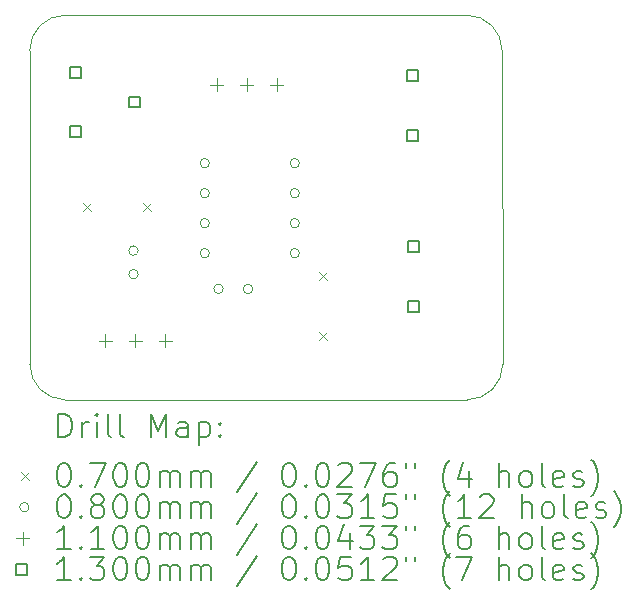
<source format=gbr>
%TF.GenerationSoftware,KiCad,Pcbnew,7.0.2*%
%TF.CreationDate,2023-05-06T18:38:25+05:30*%
%TF.ProjectId,Mod-Ckt-Pulser,4d6f642d-436b-4742-9d50-756c7365722e,rev?*%
%TF.SameCoordinates,Original*%
%TF.FileFunction,Drillmap*%
%TF.FilePolarity,Positive*%
%FSLAX45Y45*%
G04 Gerber Fmt 4.5, Leading zero omitted, Abs format (unit mm)*
G04 Created by KiCad (PCBNEW 7.0.2) date 2023-05-06 18:38:25*
%MOMM*%
%LPD*%
G01*
G04 APERTURE LIST*
%ADD10C,0.100000*%
%ADD11C,0.200000*%
%ADD12C,0.070000*%
%ADD13C,0.080000*%
%ADD14C,0.110000*%
%ADD15C,0.130000*%
G04 APERTURE END LIST*
D10*
X10014082Y-8601930D02*
G75*
G03*
X10316087Y-8302975I1525J300480D01*
G01*
X6311070Y-8300082D02*
G75*
G03*
X6610024Y-8602087I300480J-1525D01*
G01*
X6611918Y-5346070D02*
G75*
G03*
X6309913Y-5645024I-1525J-300480D01*
G01*
X10310930Y-5647918D02*
G75*
G03*
X10011976Y-5345913I-300480J1525D01*
G01*
X6610024Y-8602087D02*
X10014082Y-8601930D01*
X6309913Y-5645024D02*
X6311070Y-8300082D01*
X10011976Y-5345913D02*
X6611918Y-5346070D01*
X10310930Y-5647918D02*
X10316087Y-8302975D01*
D11*
D12*
X6763000Y-6936000D02*
X6833000Y-7006000D01*
X6833000Y-6936000D02*
X6763000Y-7006000D01*
X7271000Y-6936000D02*
X7341000Y-7006000D01*
X7341000Y-6936000D02*
X7271000Y-7006000D01*
X8759000Y-7521000D02*
X8829000Y-7591000D01*
X8829000Y-7521000D02*
X8759000Y-7591000D01*
X8759000Y-8029000D02*
X8829000Y-8099000D01*
X8829000Y-8029000D02*
X8759000Y-8099000D01*
D13*
X7229000Y-7339489D02*
G75*
G03*
X7229000Y-7339489I-40000J0D01*
G01*
X7229000Y-7539489D02*
G75*
G03*
X7229000Y-7539489I-40000J0D01*
G01*
X7833000Y-6599000D02*
G75*
G03*
X7833000Y-6599000I-40000J0D01*
G01*
X7833000Y-6853000D02*
G75*
G03*
X7833000Y-6853000I-40000J0D01*
G01*
X7833000Y-7107000D02*
G75*
G03*
X7833000Y-7107000I-40000J0D01*
G01*
X7833000Y-7361000D02*
G75*
G03*
X7833000Y-7361000I-40000J0D01*
G01*
X7949000Y-7663000D02*
G75*
G03*
X7949000Y-7663000I-40000J0D01*
G01*
X8199000Y-7663000D02*
G75*
G03*
X8199000Y-7663000I-40000J0D01*
G01*
X8595000Y-6599000D02*
G75*
G03*
X8595000Y-6599000I-40000J0D01*
G01*
X8595000Y-6853000D02*
G75*
G03*
X8595000Y-6853000I-40000J0D01*
G01*
X8595000Y-7107000D02*
G75*
G03*
X8595000Y-7107000I-40000J0D01*
G01*
X8595000Y-7361000D02*
G75*
G03*
X8595000Y-7361000I-40000J0D01*
G01*
D14*
X6952000Y-8048500D02*
X6952000Y-8158500D01*
X6897000Y-8103500D02*
X7007000Y-8103500D01*
X7206000Y-8048500D02*
X7206000Y-8158500D01*
X7151000Y-8103500D02*
X7261000Y-8103500D01*
X7460000Y-8048500D02*
X7460000Y-8158500D01*
X7405000Y-8103500D02*
X7515000Y-8103500D01*
X7892000Y-5880000D02*
X7892000Y-5990000D01*
X7837000Y-5935000D02*
X7947000Y-5935000D01*
X8146000Y-5880000D02*
X8146000Y-5990000D01*
X8091000Y-5935000D02*
X8201000Y-5935000D01*
X8400000Y-5880000D02*
X8400000Y-5990000D01*
X8345000Y-5935000D02*
X8455000Y-5935000D01*
D15*
X6742962Y-5877462D02*
X6742962Y-5785538D01*
X6651038Y-5785538D01*
X6651038Y-5877462D01*
X6742962Y-5877462D01*
X6742962Y-6377462D02*
X6742962Y-6285538D01*
X6651038Y-6285538D01*
X6651038Y-6377462D01*
X6742962Y-6377462D01*
X7242962Y-6127462D02*
X7242962Y-6035538D01*
X7151038Y-6035538D01*
X7151038Y-6127462D01*
X7242962Y-6127462D01*
X9596962Y-5899962D02*
X9596962Y-5808038D01*
X9505038Y-5808038D01*
X9505038Y-5899962D01*
X9596962Y-5899962D01*
X9596962Y-6407962D02*
X9596962Y-6316038D01*
X9505038Y-6316038D01*
X9505038Y-6407962D01*
X9596962Y-6407962D01*
X9606462Y-7353462D02*
X9606462Y-7261538D01*
X9514538Y-7261538D01*
X9514538Y-7353462D01*
X9606462Y-7353462D01*
X9606462Y-7861462D02*
X9606462Y-7769538D01*
X9514538Y-7769538D01*
X9514538Y-7861462D01*
X9606462Y-7861462D01*
D11*
X6552532Y-8919611D02*
X6552532Y-8719611D01*
X6552532Y-8719611D02*
X6600151Y-8719611D01*
X6600151Y-8719611D02*
X6628723Y-8729135D01*
X6628723Y-8729135D02*
X6647770Y-8748182D01*
X6647770Y-8748182D02*
X6657294Y-8767230D01*
X6657294Y-8767230D02*
X6666818Y-8805325D01*
X6666818Y-8805325D02*
X6666818Y-8833896D01*
X6666818Y-8833896D02*
X6657294Y-8871992D01*
X6657294Y-8871992D02*
X6647770Y-8891039D01*
X6647770Y-8891039D02*
X6628723Y-8910087D01*
X6628723Y-8910087D02*
X6600151Y-8919611D01*
X6600151Y-8919611D02*
X6552532Y-8919611D01*
X6752532Y-8919611D02*
X6752532Y-8786277D01*
X6752532Y-8824373D02*
X6762056Y-8805325D01*
X6762056Y-8805325D02*
X6771580Y-8795801D01*
X6771580Y-8795801D02*
X6790627Y-8786277D01*
X6790627Y-8786277D02*
X6809675Y-8786277D01*
X6876342Y-8919611D02*
X6876342Y-8786277D01*
X6876342Y-8719611D02*
X6866818Y-8729135D01*
X6866818Y-8729135D02*
X6876342Y-8738658D01*
X6876342Y-8738658D02*
X6885865Y-8729135D01*
X6885865Y-8729135D02*
X6876342Y-8719611D01*
X6876342Y-8719611D02*
X6876342Y-8738658D01*
X7000151Y-8919611D02*
X6981103Y-8910087D01*
X6981103Y-8910087D02*
X6971580Y-8891039D01*
X6971580Y-8891039D02*
X6971580Y-8719611D01*
X7104913Y-8919611D02*
X7085865Y-8910087D01*
X7085865Y-8910087D02*
X7076342Y-8891039D01*
X7076342Y-8891039D02*
X7076342Y-8719611D01*
X7333484Y-8919611D02*
X7333484Y-8719611D01*
X7333484Y-8719611D02*
X7400151Y-8862468D01*
X7400151Y-8862468D02*
X7466818Y-8719611D01*
X7466818Y-8719611D02*
X7466818Y-8919611D01*
X7647770Y-8919611D02*
X7647770Y-8814849D01*
X7647770Y-8814849D02*
X7638246Y-8795801D01*
X7638246Y-8795801D02*
X7619199Y-8786277D01*
X7619199Y-8786277D02*
X7581103Y-8786277D01*
X7581103Y-8786277D02*
X7562056Y-8795801D01*
X7647770Y-8910087D02*
X7628723Y-8919611D01*
X7628723Y-8919611D02*
X7581103Y-8919611D01*
X7581103Y-8919611D02*
X7562056Y-8910087D01*
X7562056Y-8910087D02*
X7552532Y-8891039D01*
X7552532Y-8891039D02*
X7552532Y-8871992D01*
X7552532Y-8871992D02*
X7562056Y-8852944D01*
X7562056Y-8852944D02*
X7581103Y-8843420D01*
X7581103Y-8843420D02*
X7628723Y-8843420D01*
X7628723Y-8843420D02*
X7647770Y-8833896D01*
X7743008Y-8786277D02*
X7743008Y-8986277D01*
X7743008Y-8795801D02*
X7762056Y-8786277D01*
X7762056Y-8786277D02*
X7800151Y-8786277D01*
X7800151Y-8786277D02*
X7819199Y-8795801D01*
X7819199Y-8795801D02*
X7828723Y-8805325D01*
X7828723Y-8805325D02*
X7838246Y-8824373D01*
X7838246Y-8824373D02*
X7838246Y-8881515D01*
X7838246Y-8881515D02*
X7828723Y-8900563D01*
X7828723Y-8900563D02*
X7819199Y-8910087D01*
X7819199Y-8910087D02*
X7800151Y-8919611D01*
X7800151Y-8919611D02*
X7762056Y-8919611D01*
X7762056Y-8919611D02*
X7743008Y-8910087D01*
X7923961Y-8900563D02*
X7933484Y-8910087D01*
X7933484Y-8910087D02*
X7923961Y-8919611D01*
X7923961Y-8919611D02*
X7914437Y-8910087D01*
X7914437Y-8910087D02*
X7923961Y-8900563D01*
X7923961Y-8900563D02*
X7923961Y-8919611D01*
X7923961Y-8795801D02*
X7933484Y-8805325D01*
X7933484Y-8805325D02*
X7923961Y-8814849D01*
X7923961Y-8814849D02*
X7914437Y-8805325D01*
X7914437Y-8805325D02*
X7923961Y-8795801D01*
X7923961Y-8795801D02*
X7923961Y-8814849D01*
D12*
X6234913Y-9212087D02*
X6304913Y-9282087D01*
X6304913Y-9212087D02*
X6234913Y-9282087D01*
D11*
X6590627Y-9139611D02*
X6609675Y-9139611D01*
X6609675Y-9139611D02*
X6628723Y-9149135D01*
X6628723Y-9149135D02*
X6638246Y-9158658D01*
X6638246Y-9158658D02*
X6647770Y-9177706D01*
X6647770Y-9177706D02*
X6657294Y-9215801D01*
X6657294Y-9215801D02*
X6657294Y-9263420D01*
X6657294Y-9263420D02*
X6647770Y-9301515D01*
X6647770Y-9301515D02*
X6638246Y-9320563D01*
X6638246Y-9320563D02*
X6628723Y-9330087D01*
X6628723Y-9330087D02*
X6609675Y-9339611D01*
X6609675Y-9339611D02*
X6590627Y-9339611D01*
X6590627Y-9339611D02*
X6571580Y-9330087D01*
X6571580Y-9330087D02*
X6562056Y-9320563D01*
X6562056Y-9320563D02*
X6552532Y-9301515D01*
X6552532Y-9301515D02*
X6543008Y-9263420D01*
X6543008Y-9263420D02*
X6543008Y-9215801D01*
X6543008Y-9215801D02*
X6552532Y-9177706D01*
X6552532Y-9177706D02*
X6562056Y-9158658D01*
X6562056Y-9158658D02*
X6571580Y-9149135D01*
X6571580Y-9149135D02*
X6590627Y-9139611D01*
X6743008Y-9320563D02*
X6752532Y-9330087D01*
X6752532Y-9330087D02*
X6743008Y-9339611D01*
X6743008Y-9339611D02*
X6733484Y-9330087D01*
X6733484Y-9330087D02*
X6743008Y-9320563D01*
X6743008Y-9320563D02*
X6743008Y-9339611D01*
X6819199Y-9139611D02*
X6952532Y-9139611D01*
X6952532Y-9139611D02*
X6866818Y-9339611D01*
X7066818Y-9139611D02*
X7085865Y-9139611D01*
X7085865Y-9139611D02*
X7104913Y-9149135D01*
X7104913Y-9149135D02*
X7114437Y-9158658D01*
X7114437Y-9158658D02*
X7123961Y-9177706D01*
X7123961Y-9177706D02*
X7133484Y-9215801D01*
X7133484Y-9215801D02*
X7133484Y-9263420D01*
X7133484Y-9263420D02*
X7123961Y-9301515D01*
X7123961Y-9301515D02*
X7114437Y-9320563D01*
X7114437Y-9320563D02*
X7104913Y-9330087D01*
X7104913Y-9330087D02*
X7085865Y-9339611D01*
X7085865Y-9339611D02*
X7066818Y-9339611D01*
X7066818Y-9339611D02*
X7047770Y-9330087D01*
X7047770Y-9330087D02*
X7038246Y-9320563D01*
X7038246Y-9320563D02*
X7028723Y-9301515D01*
X7028723Y-9301515D02*
X7019199Y-9263420D01*
X7019199Y-9263420D02*
X7019199Y-9215801D01*
X7019199Y-9215801D02*
X7028723Y-9177706D01*
X7028723Y-9177706D02*
X7038246Y-9158658D01*
X7038246Y-9158658D02*
X7047770Y-9149135D01*
X7047770Y-9149135D02*
X7066818Y-9139611D01*
X7257294Y-9139611D02*
X7276342Y-9139611D01*
X7276342Y-9139611D02*
X7295389Y-9149135D01*
X7295389Y-9149135D02*
X7304913Y-9158658D01*
X7304913Y-9158658D02*
X7314437Y-9177706D01*
X7314437Y-9177706D02*
X7323961Y-9215801D01*
X7323961Y-9215801D02*
X7323961Y-9263420D01*
X7323961Y-9263420D02*
X7314437Y-9301515D01*
X7314437Y-9301515D02*
X7304913Y-9320563D01*
X7304913Y-9320563D02*
X7295389Y-9330087D01*
X7295389Y-9330087D02*
X7276342Y-9339611D01*
X7276342Y-9339611D02*
X7257294Y-9339611D01*
X7257294Y-9339611D02*
X7238246Y-9330087D01*
X7238246Y-9330087D02*
X7228723Y-9320563D01*
X7228723Y-9320563D02*
X7219199Y-9301515D01*
X7219199Y-9301515D02*
X7209675Y-9263420D01*
X7209675Y-9263420D02*
X7209675Y-9215801D01*
X7209675Y-9215801D02*
X7219199Y-9177706D01*
X7219199Y-9177706D02*
X7228723Y-9158658D01*
X7228723Y-9158658D02*
X7238246Y-9149135D01*
X7238246Y-9149135D02*
X7257294Y-9139611D01*
X7409675Y-9339611D02*
X7409675Y-9206277D01*
X7409675Y-9225325D02*
X7419199Y-9215801D01*
X7419199Y-9215801D02*
X7438246Y-9206277D01*
X7438246Y-9206277D02*
X7466818Y-9206277D01*
X7466818Y-9206277D02*
X7485865Y-9215801D01*
X7485865Y-9215801D02*
X7495389Y-9234849D01*
X7495389Y-9234849D02*
X7495389Y-9339611D01*
X7495389Y-9234849D02*
X7504913Y-9215801D01*
X7504913Y-9215801D02*
X7523961Y-9206277D01*
X7523961Y-9206277D02*
X7552532Y-9206277D01*
X7552532Y-9206277D02*
X7571580Y-9215801D01*
X7571580Y-9215801D02*
X7581104Y-9234849D01*
X7581104Y-9234849D02*
X7581104Y-9339611D01*
X7676342Y-9339611D02*
X7676342Y-9206277D01*
X7676342Y-9225325D02*
X7685865Y-9215801D01*
X7685865Y-9215801D02*
X7704913Y-9206277D01*
X7704913Y-9206277D02*
X7733485Y-9206277D01*
X7733485Y-9206277D02*
X7752532Y-9215801D01*
X7752532Y-9215801D02*
X7762056Y-9234849D01*
X7762056Y-9234849D02*
X7762056Y-9339611D01*
X7762056Y-9234849D02*
X7771580Y-9215801D01*
X7771580Y-9215801D02*
X7790627Y-9206277D01*
X7790627Y-9206277D02*
X7819199Y-9206277D01*
X7819199Y-9206277D02*
X7838246Y-9215801D01*
X7838246Y-9215801D02*
X7847770Y-9234849D01*
X7847770Y-9234849D02*
X7847770Y-9339611D01*
X8238246Y-9130087D02*
X8066818Y-9387230D01*
X8495389Y-9139611D02*
X8514437Y-9139611D01*
X8514437Y-9139611D02*
X8533485Y-9149135D01*
X8533485Y-9149135D02*
X8543009Y-9158658D01*
X8543009Y-9158658D02*
X8552532Y-9177706D01*
X8552532Y-9177706D02*
X8562056Y-9215801D01*
X8562056Y-9215801D02*
X8562056Y-9263420D01*
X8562056Y-9263420D02*
X8552532Y-9301515D01*
X8552532Y-9301515D02*
X8543009Y-9320563D01*
X8543009Y-9320563D02*
X8533485Y-9330087D01*
X8533485Y-9330087D02*
X8514437Y-9339611D01*
X8514437Y-9339611D02*
X8495389Y-9339611D01*
X8495389Y-9339611D02*
X8476342Y-9330087D01*
X8476342Y-9330087D02*
X8466818Y-9320563D01*
X8466818Y-9320563D02*
X8457294Y-9301515D01*
X8457294Y-9301515D02*
X8447770Y-9263420D01*
X8447770Y-9263420D02*
X8447770Y-9215801D01*
X8447770Y-9215801D02*
X8457294Y-9177706D01*
X8457294Y-9177706D02*
X8466818Y-9158658D01*
X8466818Y-9158658D02*
X8476342Y-9149135D01*
X8476342Y-9149135D02*
X8495389Y-9139611D01*
X8647770Y-9320563D02*
X8657294Y-9330087D01*
X8657294Y-9330087D02*
X8647770Y-9339611D01*
X8647770Y-9339611D02*
X8638247Y-9330087D01*
X8638247Y-9330087D02*
X8647770Y-9320563D01*
X8647770Y-9320563D02*
X8647770Y-9339611D01*
X8781104Y-9139611D02*
X8800151Y-9139611D01*
X8800151Y-9139611D02*
X8819199Y-9149135D01*
X8819199Y-9149135D02*
X8828723Y-9158658D01*
X8828723Y-9158658D02*
X8838247Y-9177706D01*
X8838247Y-9177706D02*
X8847770Y-9215801D01*
X8847770Y-9215801D02*
X8847770Y-9263420D01*
X8847770Y-9263420D02*
X8838247Y-9301515D01*
X8838247Y-9301515D02*
X8828723Y-9320563D01*
X8828723Y-9320563D02*
X8819199Y-9330087D01*
X8819199Y-9330087D02*
X8800151Y-9339611D01*
X8800151Y-9339611D02*
X8781104Y-9339611D01*
X8781104Y-9339611D02*
X8762056Y-9330087D01*
X8762056Y-9330087D02*
X8752532Y-9320563D01*
X8752532Y-9320563D02*
X8743009Y-9301515D01*
X8743009Y-9301515D02*
X8733485Y-9263420D01*
X8733485Y-9263420D02*
X8733485Y-9215801D01*
X8733485Y-9215801D02*
X8743009Y-9177706D01*
X8743009Y-9177706D02*
X8752532Y-9158658D01*
X8752532Y-9158658D02*
X8762056Y-9149135D01*
X8762056Y-9149135D02*
X8781104Y-9139611D01*
X8923961Y-9158658D02*
X8933485Y-9149135D01*
X8933485Y-9149135D02*
X8952532Y-9139611D01*
X8952532Y-9139611D02*
X9000151Y-9139611D01*
X9000151Y-9139611D02*
X9019199Y-9149135D01*
X9019199Y-9149135D02*
X9028723Y-9158658D01*
X9028723Y-9158658D02*
X9038247Y-9177706D01*
X9038247Y-9177706D02*
X9038247Y-9196754D01*
X9038247Y-9196754D02*
X9028723Y-9225325D01*
X9028723Y-9225325D02*
X8914437Y-9339611D01*
X8914437Y-9339611D02*
X9038247Y-9339611D01*
X9104913Y-9139611D02*
X9238247Y-9139611D01*
X9238247Y-9139611D02*
X9152532Y-9339611D01*
X9400151Y-9139611D02*
X9362056Y-9139611D01*
X9362056Y-9139611D02*
X9343009Y-9149135D01*
X9343009Y-9149135D02*
X9333485Y-9158658D01*
X9333485Y-9158658D02*
X9314437Y-9187230D01*
X9314437Y-9187230D02*
X9304913Y-9225325D01*
X9304913Y-9225325D02*
X9304913Y-9301515D01*
X9304913Y-9301515D02*
X9314437Y-9320563D01*
X9314437Y-9320563D02*
X9323961Y-9330087D01*
X9323961Y-9330087D02*
X9343009Y-9339611D01*
X9343009Y-9339611D02*
X9381104Y-9339611D01*
X9381104Y-9339611D02*
X9400151Y-9330087D01*
X9400151Y-9330087D02*
X9409675Y-9320563D01*
X9409675Y-9320563D02*
X9419199Y-9301515D01*
X9419199Y-9301515D02*
X9419199Y-9253896D01*
X9419199Y-9253896D02*
X9409675Y-9234849D01*
X9409675Y-9234849D02*
X9400151Y-9225325D01*
X9400151Y-9225325D02*
X9381104Y-9215801D01*
X9381104Y-9215801D02*
X9343009Y-9215801D01*
X9343009Y-9215801D02*
X9323961Y-9225325D01*
X9323961Y-9225325D02*
X9314437Y-9234849D01*
X9314437Y-9234849D02*
X9304913Y-9253896D01*
X9495390Y-9139611D02*
X9495390Y-9177706D01*
X9571580Y-9139611D02*
X9571580Y-9177706D01*
X9866818Y-9415801D02*
X9857294Y-9406277D01*
X9857294Y-9406277D02*
X9838247Y-9377706D01*
X9838247Y-9377706D02*
X9828723Y-9358658D01*
X9828723Y-9358658D02*
X9819199Y-9330087D01*
X9819199Y-9330087D02*
X9809675Y-9282468D01*
X9809675Y-9282468D02*
X9809675Y-9244373D01*
X9809675Y-9244373D02*
X9819199Y-9196754D01*
X9819199Y-9196754D02*
X9828723Y-9168182D01*
X9828723Y-9168182D02*
X9838247Y-9149135D01*
X9838247Y-9149135D02*
X9857294Y-9120563D01*
X9857294Y-9120563D02*
X9866818Y-9111039D01*
X10028723Y-9206277D02*
X10028723Y-9339611D01*
X9981104Y-9130087D02*
X9933485Y-9272944D01*
X9933485Y-9272944D02*
X10057294Y-9272944D01*
X10285866Y-9339611D02*
X10285866Y-9139611D01*
X10371580Y-9339611D02*
X10371580Y-9234849D01*
X10371580Y-9234849D02*
X10362056Y-9215801D01*
X10362056Y-9215801D02*
X10343009Y-9206277D01*
X10343009Y-9206277D02*
X10314437Y-9206277D01*
X10314437Y-9206277D02*
X10295390Y-9215801D01*
X10295390Y-9215801D02*
X10285866Y-9225325D01*
X10495390Y-9339611D02*
X10476342Y-9330087D01*
X10476342Y-9330087D02*
X10466818Y-9320563D01*
X10466818Y-9320563D02*
X10457294Y-9301515D01*
X10457294Y-9301515D02*
X10457294Y-9244373D01*
X10457294Y-9244373D02*
X10466818Y-9225325D01*
X10466818Y-9225325D02*
X10476342Y-9215801D01*
X10476342Y-9215801D02*
X10495390Y-9206277D01*
X10495390Y-9206277D02*
X10523961Y-9206277D01*
X10523961Y-9206277D02*
X10543009Y-9215801D01*
X10543009Y-9215801D02*
X10552533Y-9225325D01*
X10552533Y-9225325D02*
X10562056Y-9244373D01*
X10562056Y-9244373D02*
X10562056Y-9301515D01*
X10562056Y-9301515D02*
X10552533Y-9320563D01*
X10552533Y-9320563D02*
X10543009Y-9330087D01*
X10543009Y-9330087D02*
X10523961Y-9339611D01*
X10523961Y-9339611D02*
X10495390Y-9339611D01*
X10676342Y-9339611D02*
X10657294Y-9330087D01*
X10657294Y-9330087D02*
X10647771Y-9311039D01*
X10647771Y-9311039D02*
X10647771Y-9139611D01*
X10828723Y-9330087D02*
X10809675Y-9339611D01*
X10809675Y-9339611D02*
X10771580Y-9339611D01*
X10771580Y-9339611D02*
X10752533Y-9330087D01*
X10752533Y-9330087D02*
X10743009Y-9311039D01*
X10743009Y-9311039D02*
X10743009Y-9234849D01*
X10743009Y-9234849D02*
X10752533Y-9215801D01*
X10752533Y-9215801D02*
X10771580Y-9206277D01*
X10771580Y-9206277D02*
X10809675Y-9206277D01*
X10809675Y-9206277D02*
X10828723Y-9215801D01*
X10828723Y-9215801D02*
X10838247Y-9234849D01*
X10838247Y-9234849D02*
X10838247Y-9253896D01*
X10838247Y-9253896D02*
X10743009Y-9272944D01*
X10914437Y-9330087D02*
X10933485Y-9339611D01*
X10933485Y-9339611D02*
X10971580Y-9339611D01*
X10971580Y-9339611D02*
X10990628Y-9330087D01*
X10990628Y-9330087D02*
X11000152Y-9311039D01*
X11000152Y-9311039D02*
X11000152Y-9301515D01*
X11000152Y-9301515D02*
X10990628Y-9282468D01*
X10990628Y-9282468D02*
X10971580Y-9272944D01*
X10971580Y-9272944D02*
X10943009Y-9272944D01*
X10943009Y-9272944D02*
X10923961Y-9263420D01*
X10923961Y-9263420D02*
X10914437Y-9244373D01*
X10914437Y-9244373D02*
X10914437Y-9234849D01*
X10914437Y-9234849D02*
X10923961Y-9215801D01*
X10923961Y-9215801D02*
X10943009Y-9206277D01*
X10943009Y-9206277D02*
X10971580Y-9206277D01*
X10971580Y-9206277D02*
X10990628Y-9215801D01*
X11066818Y-9415801D02*
X11076342Y-9406277D01*
X11076342Y-9406277D02*
X11095390Y-9377706D01*
X11095390Y-9377706D02*
X11104914Y-9358658D01*
X11104914Y-9358658D02*
X11114437Y-9330087D01*
X11114437Y-9330087D02*
X11123961Y-9282468D01*
X11123961Y-9282468D02*
X11123961Y-9244373D01*
X11123961Y-9244373D02*
X11114437Y-9196754D01*
X11114437Y-9196754D02*
X11104914Y-9168182D01*
X11104914Y-9168182D02*
X11095390Y-9149135D01*
X11095390Y-9149135D02*
X11076342Y-9120563D01*
X11076342Y-9120563D02*
X11066818Y-9111039D01*
D13*
X6304913Y-9511087D02*
G75*
G03*
X6304913Y-9511087I-40000J0D01*
G01*
D11*
X6590627Y-9403611D02*
X6609675Y-9403611D01*
X6609675Y-9403611D02*
X6628723Y-9413135D01*
X6628723Y-9413135D02*
X6638246Y-9422658D01*
X6638246Y-9422658D02*
X6647770Y-9441706D01*
X6647770Y-9441706D02*
X6657294Y-9479801D01*
X6657294Y-9479801D02*
X6657294Y-9527420D01*
X6657294Y-9527420D02*
X6647770Y-9565515D01*
X6647770Y-9565515D02*
X6638246Y-9584563D01*
X6638246Y-9584563D02*
X6628723Y-9594087D01*
X6628723Y-9594087D02*
X6609675Y-9603611D01*
X6609675Y-9603611D02*
X6590627Y-9603611D01*
X6590627Y-9603611D02*
X6571580Y-9594087D01*
X6571580Y-9594087D02*
X6562056Y-9584563D01*
X6562056Y-9584563D02*
X6552532Y-9565515D01*
X6552532Y-9565515D02*
X6543008Y-9527420D01*
X6543008Y-9527420D02*
X6543008Y-9479801D01*
X6543008Y-9479801D02*
X6552532Y-9441706D01*
X6552532Y-9441706D02*
X6562056Y-9422658D01*
X6562056Y-9422658D02*
X6571580Y-9413135D01*
X6571580Y-9413135D02*
X6590627Y-9403611D01*
X6743008Y-9584563D02*
X6752532Y-9594087D01*
X6752532Y-9594087D02*
X6743008Y-9603611D01*
X6743008Y-9603611D02*
X6733484Y-9594087D01*
X6733484Y-9594087D02*
X6743008Y-9584563D01*
X6743008Y-9584563D02*
X6743008Y-9603611D01*
X6866818Y-9489325D02*
X6847770Y-9479801D01*
X6847770Y-9479801D02*
X6838246Y-9470277D01*
X6838246Y-9470277D02*
X6828723Y-9451230D01*
X6828723Y-9451230D02*
X6828723Y-9441706D01*
X6828723Y-9441706D02*
X6838246Y-9422658D01*
X6838246Y-9422658D02*
X6847770Y-9413135D01*
X6847770Y-9413135D02*
X6866818Y-9403611D01*
X6866818Y-9403611D02*
X6904913Y-9403611D01*
X6904913Y-9403611D02*
X6923961Y-9413135D01*
X6923961Y-9413135D02*
X6933484Y-9422658D01*
X6933484Y-9422658D02*
X6943008Y-9441706D01*
X6943008Y-9441706D02*
X6943008Y-9451230D01*
X6943008Y-9451230D02*
X6933484Y-9470277D01*
X6933484Y-9470277D02*
X6923961Y-9479801D01*
X6923961Y-9479801D02*
X6904913Y-9489325D01*
X6904913Y-9489325D02*
X6866818Y-9489325D01*
X6866818Y-9489325D02*
X6847770Y-9498849D01*
X6847770Y-9498849D02*
X6838246Y-9508373D01*
X6838246Y-9508373D02*
X6828723Y-9527420D01*
X6828723Y-9527420D02*
X6828723Y-9565515D01*
X6828723Y-9565515D02*
X6838246Y-9584563D01*
X6838246Y-9584563D02*
X6847770Y-9594087D01*
X6847770Y-9594087D02*
X6866818Y-9603611D01*
X6866818Y-9603611D02*
X6904913Y-9603611D01*
X6904913Y-9603611D02*
X6923961Y-9594087D01*
X6923961Y-9594087D02*
X6933484Y-9584563D01*
X6933484Y-9584563D02*
X6943008Y-9565515D01*
X6943008Y-9565515D02*
X6943008Y-9527420D01*
X6943008Y-9527420D02*
X6933484Y-9508373D01*
X6933484Y-9508373D02*
X6923961Y-9498849D01*
X6923961Y-9498849D02*
X6904913Y-9489325D01*
X7066818Y-9403611D02*
X7085865Y-9403611D01*
X7085865Y-9403611D02*
X7104913Y-9413135D01*
X7104913Y-9413135D02*
X7114437Y-9422658D01*
X7114437Y-9422658D02*
X7123961Y-9441706D01*
X7123961Y-9441706D02*
X7133484Y-9479801D01*
X7133484Y-9479801D02*
X7133484Y-9527420D01*
X7133484Y-9527420D02*
X7123961Y-9565515D01*
X7123961Y-9565515D02*
X7114437Y-9584563D01*
X7114437Y-9584563D02*
X7104913Y-9594087D01*
X7104913Y-9594087D02*
X7085865Y-9603611D01*
X7085865Y-9603611D02*
X7066818Y-9603611D01*
X7066818Y-9603611D02*
X7047770Y-9594087D01*
X7047770Y-9594087D02*
X7038246Y-9584563D01*
X7038246Y-9584563D02*
X7028723Y-9565515D01*
X7028723Y-9565515D02*
X7019199Y-9527420D01*
X7019199Y-9527420D02*
X7019199Y-9479801D01*
X7019199Y-9479801D02*
X7028723Y-9441706D01*
X7028723Y-9441706D02*
X7038246Y-9422658D01*
X7038246Y-9422658D02*
X7047770Y-9413135D01*
X7047770Y-9413135D02*
X7066818Y-9403611D01*
X7257294Y-9403611D02*
X7276342Y-9403611D01*
X7276342Y-9403611D02*
X7295389Y-9413135D01*
X7295389Y-9413135D02*
X7304913Y-9422658D01*
X7304913Y-9422658D02*
X7314437Y-9441706D01*
X7314437Y-9441706D02*
X7323961Y-9479801D01*
X7323961Y-9479801D02*
X7323961Y-9527420D01*
X7323961Y-9527420D02*
X7314437Y-9565515D01*
X7314437Y-9565515D02*
X7304913Y-9584563D01*
X7304913Y-9584563D02*
X7295389Y-9594087D01*
X7295389Y-9594087D02*
X7276342Y-9603611D01*
X7276342Y-9603611D02*
X7257294Y-9603611D01*
X7257294Y-9603611D02*
X7238246Y-9594087D01*
X7238246Y-9594087D02*
X7228723Y-9584563D01*
X7228723Y-9584563D02*
X7219199Y-9565515D01*
X7219199Y-9565515D02*
X7209675Y-9527420D01*
X7209675Y-9527420D02*
X7209675Y-9479801D01*
X7209675Y-9479801D02*
X7219199Y-9441706D01*
X7219199Y-9441706D02*
X7228723Y-9422658D01*
X7228723Y-9422658D02*
X7238246Y-9413135D01*
X7238246Y-9413135D02*
X7257294Y-9403611D01*
X7409675Y-9603611D02*
X7409675Y-9470277D01*
X7409675Y-9489325D02*
X7419199Y-9479801D01*
X7419199Y-9479801D02*
X7438246Y-9470277D01*
X7438246Y-9470277D02*
X7466818Y-9470277D01*
X7466818Y-9470277D02*
X7485865Y-9479801D01*
X7485865Y-9479801D02*
X7495389Y-9498849D01*
X7495389Y-9498849D02*
X7495389Y-9603611D01*
X7495389Y-9498849D02*
X7504913Y-9479801D01*
X7504913Y-9479801D02*
X7523961Y-9470277D01*
X7523961Y-9470277D02*
X7552532Y-9470277D01*
X7552532Y-9470277D02*
X7571580Y-9479801D01*
X7571580Y-9479801D02*
X7581104Y-9498849D01*
X7581104Y-9498849D02*
X7581104Y-9603611D01*
X7676342Y-9603611D02*
X7676342Y-9470277D01*
X7676342Y-9489325D02*
X7685865Y-9479801D01*
X7685865Y-9479801D02*
X7704913Y-9470277D01*
X7704913Y-9470277D02*
X7733485Y-9470277D01*
X7733485Y-9470277D02*
X7752532Y-9479801D01*
X7752532Y-9479801D02*
X7762056Y-9498849D01*
X7762056Y-9498849D02*
X7762056Y-9603611D01*
X7762056Y-9498849D02*
X7771580Y-9479801D01*
X7771580Y-9479801D02*
X7790627Y-9470277D01*
X7790627Y-9470277D02*
X7819199Y-9470277D01*
X7819199Y-9470277D02*
X7838246Y-9479801D01*
X7838246Y-9479801D02*
X7847770Y-9498849D01*
X7847770Y-9498849D02*
X7847770Y-9603611D01*
X8238246Y-9394087D02*
X8066818Y-9651230D01*
X8495389Y-9403611D02*
X8514437Y-9403611D01*
X8514437Y-9403611D02*
X8533485Y-9413135D01*
X8533485Y-9413135D02*
X8543009Y-9422658D01*
X8543009Y-9422658D02*
X8552532Y-9441706D01*
X8552532Y-9441706D02*
X8562056Y-9479801D01*
X8562056Y-9479801D02*
X8562056Y-9527420D01*
X8562056Y-9527420D02*
X8552532Y-9565515D01*
X8552532Y-9565515D02*
X8543009Y-9584563D01*
X8543009Y-9584563D02*
X8533485Y-9594087D01*
X8533485Y-9594087D02*
X8514437Y-9603611D01*
X8514437Y-9603611D02*
X8495389Y-9603611D01*
X8495389Y-9603611D02*
X8476342Y-9594087D01*
X8476342Y-9594087D02*
X8466818Y-9584563D01*
X8466818Y-9584563D02*
X8457294Y-9565515D01*
X8457294Y-9565515D02*
X8447770Y-9527420D01*
X8447770Y-9527420D02*
X8447770Y-9479801D01*
X8447770Y-9479801D02*
X8457294Y-9441706D01*
X8457294Y-9441706D02*
X8466818Y-9422658D01*
X8466818Y-9422658D02*
X8476342Y-9413135D01*
X8476342Y-9413135D02*
X8495389Y-9403611D01*
X8647770Y-9584563D02*
X8657294Y-9594087D01*
X8657294Y-9594087D02*
X8647770Y-9603611D01*
X8647770Y-9603611D02*
X8638247Y-9594087D01*
X8638247Y-9594087D02*
X8647770Y-9584563D01*
X8647770Y-9584563D02*
X8647770Y-9603611D01*
X8781104Y-9403611D02*
X8800151Y-9403611D01*
X8800151Y-9403611D02*
X8819199Y-9413135D01*
X8819199Y-9413135D02*
X8828723Y-9422658D01*
X8828723Y-9422658D02*
X8838247Y-9441706D01*
X8838247Y-9441706D02*
X8847770Y-9479801D01*
X8847770Y-9479801D02*
X8847770Y-9527420D01*
X8847770Y-9527420D02*
X8838247Y-9565515D01*
X8838247Y-9565515D02*
X8828723Y-9584563D01*
X8828723Y-9584563D02*
X8819199Y-9594087D01*
X8819199Y-9594087D02*
X8800151Y-9603611D01*
X8800151Y-9603611D02*
X8781104Y-9603611D01*
X8781104Y-9603611D02*
X8762056Y-9594087D01*
X8762056Y-9594087D02*
X8752532Y-9584563D01*
X8752532Y-9584563D02*
X8743009Y-9565515D01*
X8743009Y-9565515D02*
X8733485Y-9527420D01*
X8733485Y-9527420D02*
X8733485Y-9479801D01*
X8733485Y-9479801D02*
X8743009Y-9441706D01*
X8743009Y-9441706D02*
X8752532Y-9422658D01*
X8752532Y-9422658D02*
X8762056Y-9413135D01*
X8762056Y-9413135D02*
X8781104Y-9403611D01*
X8914437Y-9403611D02*
X9038247Y-9403611D01*
X9038247Y-9403611D02*
X8971580Y-9479801D01*
X8971580Y-9479801D02*
X9000151Y-9479801D01*
X9000151Y-9479801D02*
X9019199Y-9489325D01*
X9019199Y-9489325D02*
X9028723Y-9498849D01*
X9028723Y-9498849D02*
X9038247Y-9517896D01*
X9038247Y-9517896D02*
X9038247Y-9565515D01*
X9038247Y-9565515D02*
X9028723Y-9584563D01*
X9028723Y-9584563D02*
X9019199Y-9594087D01*
X9019199Y-9594087D02*
X9000151Y-9603611D01*
X9000151Y-9603611D02*
X8943009Y-9603611D01*
X8943009Y-9603611D02*
X8923961Y-9594087D01*
X8923961Y-9594087D02*
X8914437Y-9584563D01*
X9228723Y-9603611D02*
X9114437Y-9603611D01*
X9171580Y-9603611D02*
X9171580Y-9403611D01*
X9171580Y-9403611D02*
X9152532Y-9432182D01*
X9152532Y-9432182D02*
X9133485Y-9451230D01*
X9133485Y-9451230D02*
X9114437Y-9460754D01*
X9409675Y-9403611D02*
X9314437Y-9403611D01*
X9314437Y-9403611D02*
X9304913Y-9498849D01*
X9304913Y-9498849D02*
X9314437Y-9489325D01*
X9314437Y-9489325D02*
X9333485Y-9479801D01*
X9333485Y-9479801D02*
X9381104Y-9479801D01*
X9381104Y-9479801D02*
X9400151Y-9489325D01*
X9400151Y-9489325D02*
X9409675Y-9498849D01*
X9409675Y-9498849D02*
X9419199Y-9517896D01*
X9419199Y-9517896D02*
X9419199Y-9565515D01*
X9419199Y-9565515D02*
X9409675Y-9584563D01*
X9409675Y-9584563D02*
X9400151Y-9594087D01*
X9400151Y-9594087D02*
X9381104Y-9603611D01*
X9381104Y-9603611D02*
X9333485Y-9603611D01*
X9333485Y-9603611D02*
X9314437Y-9594087D01*
X9314437Y-9594087D02*
X9304913Y-9584563D01*
X9495390Y-9403611D02*
X9495390Y-9441706D01*
X9571580Y-9403611D02*
X9571580Y-9441706D01*
X9866818Y-9679801D02*
X9857294Y-9670277D01*
X9857294Y-9670277D02*
X9838247Y-9641706D01*
X9838247Y-9641706D02*
X9828723Y-9622658D01*
X9828723Y-9622658D02*
X9819199Y-9594087D01*
X9819199Y-9594087D02*
X9809675Y-9546468D01*
X9809675Y-9546468D02*
X9809675Y-9508373D01*
X9809675Y-9508373D02*
X9819199Y-9460754D01*
X9819199Y-9460754D02*
X9828723Y-9432182D01*
X9828723Y-9432182D02*
X9838247Y-9413135D01*
X9838247Y-9413135D02*
X9857294Y-9384563D01*
X9857294Y-9384563D02*
X9866818Y-9375039D01*
X10047771Y-9603611D02*
X9933485Y-9603611D01*
X9990628Y-9603611D02*
X9990628Y-9403611D01*
X9990628Y-9403611D02*
X9971580Y-9432182D01*
X9971580Y-9432182D02*
X9952532Y-9451230D01*
X9952532Y-9451230D02*
X9933485Y-9460754D01*
X10123961Y-9422658D02*
X10133485Y-9413135D01*
X10133485Y-9413135D02*
X10152532Y-9403611D01*
X10152532Y-9403611D02*
X10200152Y-9403611D01*
X10200152Y-9403611D02*
X10219199Y-9413135D01*
X10219199Y-9413135D02*
X10228723Y-9422658D01*
X10228723Y-9422658D02*
X10238247Y-9441706D01*
X10238247Y-9441706D02*
X10238247Y-9460754D01*
X10238247Y-9460754D02*
X10228723Y-9489325D01*
X10228723Y-9489325D02*
X10114437Y-9603611D01*
X10114437Y-9603611D02*
X10238247Y-9603611D01*
X10476342Y-9603611D02*
X10476342Y-9403611D01*
X10562056Y-9603611D02*
X10562056Y-9498849D01*
X10562056Y-9498849D02*
X10552533Y-9479801D01*
X10552533Y-9479801D02*
X10533485Y-9470277D01*
X10533485Y-9470277D02*
X10504913Y-9470277D01*
X10504913Y-9470277D02*
X10485866Y-9479801D01*
X10485866Y-9479801D02*
X10476342Y-9489325D01*
X10685866Y-9603611D02*
X10666818Y-9594087D01*
X10666818Y-9594087D02*
X10657294Y-9584563D01*
X10657294Y-9584563D02*
X10647771Y-9565515D01*
X10647771Y-9565515D02*
X10647771Y-9508373D01*
X10647771Y-9508373D02*
X10657294Y-9489325D01*
X10657294Y-9489325D02*
X10666818Y-9479801D01*
X10666818Y-9479801D02*
X10685866Y-9470277D01*
X10685866Y-9470277D02*
X10714437Y-9470277D01*
X10714437Y-9470277D02*
X10733485Y-9479801D01*
X10733485Y-9479801D02*
X10743009Y-9489325D01*
X10743009Y-9489325D02*
X10752533Y-9508373D01*
X10752533Y-9508373D02*
X10752533Y-9565515D01*
X10752533Y-9565515D02*
X10743009Y-9584563D01*
X10743009Y-9584563D02*
X10733485Y-9594087D01*
X10733485Y-9594087D02*
X10714437Y-9603611D01*
X10714437Y-9603611D02*
X10685866Y-9603611D01*
X10866818Y-9603611D02*
X10847771Y-9594087D01*
X10847771Y-9594087D02*
X10838247Y-9575039D01*
X10838247Y-9575039D02*
X10838247Y-9403611D01*
X11019199Y-9594087D02*
X11000152Y-9603611D01*
X11000152Y-9603611D02*
X10962056Y-9603611D01*
X10962056Y-9603611D02*
X10943009Y-9594087D01*
X10943009Y-9594087D02*
X10933485Y-9575039D01*
X10933485Y-9575039D02*
X10933485Y-9498849D01*
X10933485Y-9498849D02*
X10943009Y-9479801D01*
X10943009Y-9479801D02*
X10962056Y-9470277D01*
X10962056Y-9470277D02*
X11000152Y-9470277D01*
X11000152Y-9470277D02*
X11019199Y-9479801D01*
X11019199Y-9479801D02*
X11028723Y-9498849D01*
X11028723Y-9498849D02*
X11028723Y-9517896D01*
X11028723Y-9517896D02*
X10933485Y-9536944D01*
X11104914Y-9594087D02*
X11123961Y-9603611D01*
X11123961Y-9603611D02*
X11162056Y-9603611D01*
X11162056Y-9603611D02*
X11181104Y-9594087D01*
X11181104Y-9594087D02*
X11190628Y-9575039D01*
X11190628Y-9575039D02*
X11190628Y-9565515D01*
X11190628Y-9565515D02*
X11181104Y-9546468D01*
X11181104Y-9546468D02*
X11162056Y-9536944D01*
X11162056Y-9536944D02*
X11133485Y-9536944D01*
X11133485Y-9536944D02*
X11114437Y-9527420D01*
X11114437Y-9527420D02*
X11104914Y-9508373D01*
X11104914Y-9508373D02*
X11104914Y-9498849D01*
X11104914Y-9498849D02*
X11114437Y-9479801D01*
X11114437Y-9479801D02*
X11133485Y-9470277D01*
X11133485Y-9470277D02*
X11162056Y-9470277D01*
X11162056Y-9470277D02*
X11181104Y-9479801D01*
X11257294Y-9679801D02*
X11266818Y-9670277D01*
X11266818Y-9670277D02*
X11285866Y-9641706D01*
X11285866Y-9641706D02*
X11295390Y-9622658D01*
X11295390Y-9622658D02*
X11304913Y-9594087D01*
X11304913Y-9594087D02*
X11314437Y-9546468D01*
X11314437Y-9546468D02*
X11314437Y-9508373D01*
X11314437Y-9508373D02*
X11304913Y-9460754D01*
X11304913Y-9460754D02*
X11295390Y-9432182D01*
X11295390Y-9432182D02*
X11285866Y-9413135D01*
X11285866Y-9413135D02*
X11266818Y-9384563D01*
X11266818Y-9384563D02*
X11257294Y-9375039D01*
D14*
X6249913Y-9720087D02*
X6249913Y-9830087D01*
X6194913Y-9775087D02*
X6304913Y-9775087D01*
D11*
X6657294Y-9867611D02*
X6543008Y-9867611D01*
X6600151Y-9867611D02*
X6600151Y-9667611D01*
X6600151Y-9667611D02*
X6581103Y-9696182D01*
X6581103Y-9696182D02*
X6562056Y-9715230D01*
X6562056Y-9715230D02*
X6543008Y-9724754D01*
X6743008Y-9848563D02*
X6752532Y-9858087D01*
X6752532Y-9858087D02*
X6743008Y-9867611D01*
X6743008Y-9867611D02*
X6733484Y-9858087D01*
X6733484Y-9858087D02*
X6743008Y-9848563D01*
X6743008Y-9848563D02*
X6743008Y-9867611D01*
X6943008Y-9867611D02*
X6828723Y-9867611D01*
X6885865Y-9867611D02*
X6885865Y-9667611D01*
X6885865Y-9667611D02*
X6866818Y-9696182D01*
X6866818Y-9696182D02*
X6847770Y-9715230D01*
X6847770Y-9715230D02*
X6828723Y-9724754D01*
X7066818Y-9667611D02*
X7085865Y-9667611D01*
X7085865Y-9667611D02*
X7104913Y-9677135D01*
X7104913Y-9677135D02*
X7114437Y-9686658D01*
X7114437Y-9686658D02*
X7123961Y-9705706D01*
X7123961Y-9705706D02*
X7133484Y-9743801D01*
X7133484Y-9743801D02*
X7133484Y-9791420D01*
X7133484Y-9791420D02*
X7123961Y-9829515D01*
X7123961Y-9829515D02*
X7114437Y-9848563D01*
X7114437Y-9848563D02*
X7104913Y-9858087D01*
X7104913Y-9858087D02*
X7085865Y-9867611D01*
X7085865Y-9867611D02*
X7066818Y-9867611D01*
X7066818Y-9867611D02*
X7047770Y-9858087D01*
X7047770Y-9858087D02*
X7038246Y-9848563D01*
X7038246Y-9848563D02*
X7028723Y-9829515D01*
X7028723Y-9829515D02*
X7019199Y-9791420D01*
X7019199Y-9791420D02*
X7019199Y-9743801D01*
X7019199Y-9743801D02*
X7028723Y-9705706D01*
X7028723Y-9705706D02*
X7038246Y-9686658D01*
X7038246Y-9686658D02*
X7047770Y-9677135D01*
X7047770Y-9677135D02*
X7066818Y-9667611D01*
X7257294Y-9667611D02*
X7276342Y-9667611D01*
X7276342Y-9667611D02*
X7295389Y-9677135D01*
X7295389Y-9677135D02*
X7304913Y-9686658D01*
X7304913Y-9686658D02*
X7314437Y-9705706D01*
X7314437Y-9705706D02*
X7323961Y-9743801D01*
X7323961Y-9743801D02*
X7323961Y-9791420D01*
X7323961Y-9791420D02*
X7314437Y-9829515D01*
X7314437Y-9829515D02*
X7304913Y-9848563D01*
X7304913Y-9848563D02*
X7295389Y-9858087D01*
X7295389Y-9858087D02*
X7276342Y-9867611D01*
X7276342Y-9867611D02*
X7257294Y-9867611D01*
X7257294Y-9867611D02*
X7238246Y-9858087D01*
X7238246Y-9858087D02*
X7228723Y-9848563D01*
X7228723Y-9848563D02*
X7219199Y-9829515D01*
X7219199Y-9829515D02*
X7209675Y-9791420D01*
X7209675Y-9791420D02*
X7209675Y-9743801D01*
X7209675Y-9743801D02*
X7219199Y-9705706D01*
X7219199Y-9705706D02*
X7228723Y-9686658D01*
X7228723Y-9686658D02*
X7238246Y-9677135D01*
X7238246Y-9677135D02*
X7257294Y-9667611D01*
X7409675Y-9867611D02*
X7409675Y-9734277D01*
X7409675Y-9753325D02*
X7419199Y-9743801D01*
X7419199Y-9743801D02*
X7438246Y-9734277D01*
X7438246Y-9734277D02*
X7466818Y-9734277D01*
X7466818Y-9734277D02*
X7485865Y-9743801D01*
X7485865Y-9743801D02*
X7495389Y-9762849D01*
X7495389Y-9762849D02*
X7495389Y-9867611D01*
X7495389Y-9762849D02*
X7504913Y-9743801D01*
X7504913Y-9743801D02*
X7523961Y-9734277D01*
X7523961Y-9734277D02*
X7552532Y-9734277D01*
X7552532Y-9734277D02*
X7571580Y-9743801D01*
X7571580Y-9743801D02*
X7581104Y-9762849D01*
X7581104Y-9762849D02*
X7581104Y-9867611D01*
X7676342Y-9867611D02*
X7676342Y-9734277D01*
X7676342Y-9753325D02*
X7685865Y-9743801D01*
X7685865Y-9743801D02*
X7704913Y-9734277D01*
X7704913Y-9734277D02*
X7733485Y-9734277D01*
X7733485Y-9734277D02*
X7752532Y-9743801D01*
X7752532Y-9743801D02*
X7762056Y-9762849D01*
X7762056Y-9762849D02*
X7762056Y-9867611D01*
X7762056Y-9762849D02*
X7771580Y-9743801D01*
X7771580Y-9743801D02*
X7790627Y-9734277D01*
X7790627Y-9734277D02*
X7819199Y-9734277D01*
X7819199Y-9734277D02*
X7838246Y-9743801D01*
X7838246Y-9743801D02*
X7847770Y-9762849D01*
X7847770Y-9762849D02*
X7847770Y-9867611D01*
X8238246Y-9658087D02*
X8066818Y-9915230D01*
X8495389Y-9667611D02*
X8514437Y-9667611D01*
X8514437Y-9667611D02*
X8533485Y-9677135D01*
X8533485Y-9677135D02*
X8543009Y-9686658D01*
X8543009Y-9686658D02*
X8552532Y-9705706D01*
X8552532Y-9705706D02*
X8562056Y-9743801D01*
X8562056Y-9743801D02*
X8562056Y-9791420D01*
X8562056Y-9791420D02*
X8552532Y-9829515D01*
X8552532Y-9829515D02*
X8543009Y-9848563D01*
X8543009Y-9848563D02*
X8533485Y-9858087D01*
X8533485Y-9858087D02*
X8514437Y-9867611D01*
X8514437Y-9867611D02*
X8495389Y-9867611D01*
X8495389Y-9867611D02*
X8476342Y-9858087D01*
X8476342Y-9858087D02*
X8466818Y-9848563D01*
X8466818Y-9848563D02*
X8457294Y-9829515D01*
X8457294Y-9829515D02*
X8447770Y-9791420D01*
X8447770Y-9791420D02*
X8447770Y-9743801D01*
X8447770Y-9743801D02*
X8457294Y-9705706D01*
X8457294Y-9705706D02*
X8466818Y-9686658D01*
X8466818Y-9686658D02*
X8476342Y-9677135D01*
X8476342Y-9677135D02*
X8495389Y-9667611D01*
X8647770Y-9848563D02*
X8657294Y-9858087D01*
X8657294Y-9858087D02*
X8647770Y-9867611D01*
X8647770Y-9867611D02*
X8638247Y-9858087D01*
X8638247Y-9858087D02*
X8647770Y-9848563D01*
X8647770Y-9848563D02*
X8647770Y-9867611D01*
X8781104Y-9667611D02*
X8800151Y-9667611D01*
X8800151Y-9667611D02*
X8819199Y-9677135D01*
X8819199Y-9677135D02*
X8828723Y-9686658D01*
X8828723Y-9686658D02*
X8838247Y-9705706D01*
X8838247Y-9705706D02*
X8847770Y-9743801D01*
X8847770Y-9743801D02*
X8847770Y-9791420D01*
X8847770Y-9791420D02*
X8838247Y-9829515D01*
X8838247Y-9829515D02*
X8828723Y-9848563D01*
X8828723Y-9848563D02*
X8819199Y-9858087D01*
X8819199Y-9858087D02*
X8800151Y-9867611D01*
X8800151Y-9867611D02*
X8781104Y-9867611D01*
X8781104Y-9867611D02*
X8762056Y-9858087D01*
X8762056Y-9858087D02*
X8752532Y-9848563D01*
X8752532Y-9848563D02*
X8743009Y-9829515D01*
X8743009Y-9829515D02*
X8733485Y-9791420D01*
X8733485Y-9791420D02*
X8733485Y-9743801D01*
X8733485Y-9743801D02*
X8743009Y-9705706D01*
X8743009Y-9705706D02*
X8752532Y-9686658D01*
X8752532Y-9686658D02*
X8762056Y-9677135D01*
X8762056Y-9677135D02*
X8781104Y-9667611D01*
X9019199Y-9734277D02*
X9019199Y-9867611D01*
X8971580Y-9658087D02*
X8923961Y-9800944D01*
X8923961Y-9800944D02*
X9047770Y-9800944D01*
X9104913Y-9667611D02*
X9228723Y-9667611D01*
X9228723Y-9667611D02*
X9162056Y-9743801D01*
X9162056Y-9743801D02*
X9190628Y-9743801D01*
X9190628Y-9743801D02*
X9209675Y-9753325D01*
X9209675Y-9753325D02*
X9219199Y-9762849D01*
X9219199Y-9762849D02*
X9228723Y-9781896D01*
X9228723Y-9781896D02*
X9228723Y-9829515D01*
X9228723Y-9829515D02*
X9219199Y-9848563D01*
X9219199Y-9848563D02*
X9209675Y-9858087D01*
X9209675Y-9858087D02*
X9190628Y-9867611D01*
X9190628Y-9867611D02*
X9133485Y-9867611D01*
X9133485Y-9867611D02*
X9114437Y-9858087D01*
X9114437Y-9858087D02*
X9104913Y-9848563D01*
X9295390Y-9667611D02*
X9419199Y-9667611D01*
X9419199Y-9667611D02*
X9352532Y-9743801D01*
X9352532Y-9743801D02*
X9381104Y-9743801D01*
X9381104Y-9743801D02*
X9400151Y-9753325D01*
X9400151Y-9753325D02*
X9409675Y-9762849D01*
X9409675Y-9762849D02*
X9419199Y-9781896D01*
X9419199Y-9781896D02*
X9419199Y-9829515D01*
X9419199Y-9829515D02*
X9409675Y-9848563D01*
X9409675Y-9848563D02*
X9400151Y-9858087D01*
X9400151Y-9858087D02*
X9381104Y-9867611D01*
X9381104Y-9867611D02*
X9323961Y-9867611D01*
X9323961Y-9867611D02*
X9304913Y-9858087D01*
X9304913Y-9858087D02*
X9295390Y-9848563D01*
X9495390Y-9667611D02*
X9495390Y-9705706D01*
X9571580Y-9667611D02*
X9571580Y-9705706D01*
X9866818Y-9943801D02*
X9857294Y-9934277D01*
X9857294Y-9934277D02*
X9838247Y-9905706D01*
X9838247Y-9905706D02*
X9828723Y-9886658D01*
X9828723Y-9886658D02*
X9819199Y-9858087D01*
X9819199Y-9858087D02*
X9809675Y-9810468D01*
X9809675Y-9810468D02*
X9809675Y-9772373D01*
X9809675Y-9772373D02*
X9819199Y-9724754D01*
X9819199Y-9724754D02*
X9828723Y-9696182D01*
X9828723Y-9696182D02*
X9838247Y-9677135D01*
X9838247Y-9677135D02*
X9857294Y-9648563D01*
X9857294Y-9648563D02*
X9866818Y-9639039D01*
X10028723Y-9667611D02*
X9990628Y-9667611D01*
X9990628Y-9667611D02*
X9971580Y-9677135D01*
X9971580Y-9677135D02*
X9962056Y-9686658D01*
X9962056Y-9686658D02*
X9943009Y-9715230D01*
X9943009Y-9715230D02*
X9933485Y-9753325D01*
X9933485Y-9753325D02*
X9933485Y-9829515D01*
X9933485Y-9829515D02*
X9943009Y-9848563D01*
X9943009Y-9848563D02*
X9952532Y-9858087D01*
X9952532Y-9858087D02*
X9971580Y-9867611D01*
X9971580Y-9867611D02*
X10009675Y-9867611D01*
X10009675Y-9867611D02*
X10028723Y-9858087D01*
X10028723Y-9858087D02*
X10038247Y-9848563D01*
X10038247Y-9848563D02*
X10047771Y-9829515D01*
X10047771Y-9829515D02*
X10047771Y-9781896D01*
X10047771Y-9781896D02*
X10038247Y-9762849D01*
X10038247Y-9762849D02*
X10028723Y-9753325D01*
X10028723Y-9753325D02*
X10009675Y-9743801D01*
X10009675Y-9743801D02*
X9971580Y-9743801D01*
X9971580Y-9743801D02*
X9952532Y-9753325D01*
X9952532Y-9753325D02*
X9943009Y-9762849D01*
X9943009Y-9762849D02*
X9933485Y-9781896D01*
X10285866Y-9867611D02*
X10285866Y-9667611D01*
X10371580Y-9867611D02*
X10371580Y-9762849D01*
X10371580Y-9762849D02*
X10362056Y-9743801D01*
X10362056Y-9743801D02*
X10343009Y-9734277D01*
X10343009Y-9734277D02*
X10314437Y-9734277D01*
X10314437Y-9734277D02*
X10295390Y-9743801D01*
X10295390Y-9743801D02*
X10285866Y-9753325D01*
X10495390Y-9867611D02*
X10476342Y-9858087D01*
X10476342Y-9858087D02*
X10466818Y-9848563D01*
X10466818Y-9848563D02*
X10457294Y-9829515D01*
X10457294Y-9829515D02*
X10457294Y-9772373D01*
X10457294Y-9772373D02*
X10466818Y-9753325D01*
X10466818Y-9753325D02*
X10476342Y-9743801D01*
X10476342Y-9743801D02*
X10495390Y-9734277D01*
X10495390Y-9734277D02*
X10523961Y-9734277D01*
X10523961Y-9734277D02*
X10543009Y-9743801D01*
X10543009Y-9743801D02*
X10552533Y-9753325D01*
X10552533Y-9753325D02*
X10562056Y-9772373D01*
X10562056Y-9772373D02*
X10562056Y-9829515D01*
X10562056Y-9829515D02*
X10552533Y-9848563D01*
X10552533Y-9848563D02*
X10543009Y-9858087D01*
X10543009Y-9858087D02*
X10523961Y-9867611D01*
X10523961Y-9867611D02*
X10495390Y-9867611D01*
X10676342Y-9867611D02*
X10657294Y-9858087D01*
X10657294Y-9858087D02*
X10647771Y-9839039D01*
X10647771Y-9839039D02*
X10647771Y-9667611D01*
X10828723Y-9858087D02*
X10809675Y-9867611D01*
X10809675Y-9867611D02*
X10771580Y-9867611D01*
X10771580Y-9867611D02*
X10752533Y-9858087D01*
X10752533Y-9858087D02*
X10743009Y-9839039D01*
X10743009Y-9839039D02*
X10743009Y-9762849D01*
X10743009Y-9762849D02*
X10752533Y-9743801D01*
X10752533Y-9743801D02*
X10771580Y-9734277D01*
X10771580Y-9734277D02*
X10809675Y-9734277D01*
X10809675Y-9734277D02*
X10828723Y-9743801D01*
X10828723Y-9743801D02*
X10838247Y-9762849D01*
X10838247Y-9762849D02*
X10838247Y-9781896D01*
X10838247Y-9781896D02*
X10743009Y-9800944D01*
X10914437Y-9858087D02*
X10933485Y-9867611D01*
X10933485Y-9867611D02*
X10971580Y-9867611D01*
X10971580Y-9867611D02*
X10990628Y-9858087D01*
X10990628Y-9858087D02*
X11000152Y-9839039D01*
X11000152Y-9839039D02*
X11000152Y-9829515D01*
X11000152Y-9829515D02*
X10990628Y-9810468D01*
X10990628Y-9810468D02*
X10971580Y-9800944D01*
X10971580Y-9800944D02*
X10943009Y-9800944D01*
X10943009Y-9800944D02*
X10923961Y-9791420D01*
X10923961Y-9791420D02*
X10914437Y-9772373D01*
X10914437Y-9772373D02*
X10914437Y-9762849D01*
X10914437Y-9762849D02*
X10923961Y-9743801D01*
X10923961Y-9743801D02*
X10943009Y-9734277D01*
X10943009Y-9734277D02*
X10971580Y-9734277D01*
X10971580Y-9734277D02*
X10990628Y-9743801D01*
X11066818Y-9943801D02*
X11076342Y-9934277D01*
X11076342Y-9934277D02*
X11095390Y-9905706D01*
X11095390Y-9905706D02*
X11104914Y-9886658D01*
X11104914Y-9886658D02*
X11114437Y-9858087D01*
X11114437Y-9858087D02*
X11123961Y-9810468D01*
X11123961Y-9810468D02*
X11123961Y-9772373D01*
X11123961Y-9772373D02*
X11114437Y-9724754D01*
X11114437Y-9724754D02*
X11104914Y-9696182D01*
X11104914Y-9696182D02*
X11095390Y-9677135D01*
X11095390Y-9677135D02*
X11076342Y-9648563D01*
X11076342Y-9648563D02*
X11066818Y-9639039D01*
D15*
X6285875Y-10085049D02*
X6285875Y-9993125D01*
X6193951Y-9993125D01*
X6193951Y-10085049D01*
X6285875Y-10085049D01*
D11*
X6657294Y-10131611D02*
X6543008Y-10131611D01*
X6600151Y-10131611D02*
X6600151Y-9931611D01*
X6600151Y-9931611D02*
X6581103Y-9960182D01*
X6581103Y-9960182D02*
X6562056Y-9979230D01*
X6562056Y-9979230D02*
X6543008Y-9988754D01*
X6743008Y-10112563D02*
X6752532Y-10122087D01*
X6752532Y-10122087D02*
X6743008Y-10131611D01*
X6743008Y-10131611D02*
X6733484Y-10122087D01*
X6733484Y-10122087D02*
X6743008Y-10112563D01*
X6743008Y-10112563D02*
X6743008Y-10131611D01*
X6819199Y-9931611D02*
X6943008Y-9931611D01*
X6943008Y-9931611D02*
X6876342Y-10007801D01*
X6876342Y-10007801D02*
X6904913Y-10007801D01*
X6904913Y-10007801D02*
X6923961Y-10017325D01*
X6923961Y-10017325D02*
X6933484Y-10026849D01*
X6933484Y-10026849D02*
X6943008Y-10045896D01*
X6943008Y-10045896D02*
X6943008Y-10093515D01*
X6943008Y-10093515D02*
X6933484Y-10112563D01*
X6933484Y-10112563D02*
X6923961Y-10122087D01*
X6923961Y-10122087D02*
X6904913Y-10131611D01*
X6904913Y-10131611D02*
X6847770Y-10131611D01*
X6847770Y-10131611D02*
X6828723Y-10122087D01*
X6828723Y-10122087D02*
X6819199Y-10112563D01*
X7066818Y-9931611D02*
X7085865Y-9931611D01*
X7085865Y-9931611D02*
X7104913Y-9941135D01*
X7104913Y-9941135D02*
X7114437Y-9950658D01*
X7114437Y-9950658D02*
X7123961Y-9969706D01*
X7123961Y-9969706D02*
X7133484Y-10007801D01*
X7133484Y-10007801D02*
X7133484Y-10055420D01*
X7133484Y-10055420D02*
X7123961Y-10093515D01*
X7123961Y-10093515D02*
X7114437Y-10112563D01*
X7114437Y-10112563D02*
X7104913Y-10122087D01*
X7104913Y-10122087D02*
X7085865Y-10131611D01*
X7085865Y-10131611D02*
X7066818Y-10131611D01*
X7066818Y-10131611D02*
X7047770Y-10122087D01*
X7047770Y-10122087D02*
X7038246Y-10112563D01*
X7038246Y-10112563D02*
X7028723Y-10093515D01*
X7028723Y-10093515D02*
X7019199Y-10055420D01*
X7019199Y-10055420D02*
X7019199Y-10007801D01*
X7019199Y-10007801D02*
X7028723Y-9969706D01*
X7028723Y-9969706D02*
X7038246Y-9950658D01*
X7038246Y-9950658D02*
X7047770Y-9941135D01*
X7047770Y-9941135D02*
X7066818Y-9931611D01*
X7257294Y-9931611D02*
X7276342Y-9931611D01*
X7276342Y-9931611D02*
X7295389Y-9941135D01*
X7295389Y-9941135D02*
X7304913Y-9950658D01*
X7304913Y-9950658D02*
X7314437Y-9969706D01*
X7314437Y-9969706D02*
X7323961Y-10007801D01*
X7323961Y-10007801D02*
X7323961Y-10055420D01*
X7323961Y-10055420D02*
X7314437Y-10093515D01*
X7314437Y-10093515D02*
X7304913Y-10112563D01*
X7304913Y-10112563D02*
X7295389Y-10122087D01*
X7295389Y-10122087D02*
X7276342Y-10131611D01*
X7276342Y-10131611D02*
X7257294Y-10131611D01*
X7257294Y-10131611D02*
X7238246Y-10122087D01*
X7238246Y-10122087D02*
X7228723Y-10112563D01*
X7228723Y-10112563D02*
X7219199Y-10093515D01*
X7219199Y-10093515D02*
X7209675Y-10055420D01*
X7209675Y-10055420D02*
X7209675Y-10007801D01*
X7209675Y-10007801D02*
X7219199Y-9969706D01*
X7219199Y-9969706D02*
X7228723Y-9950658D01*
X7228723Y-9950658D02*
X7238246Y-9941135D01*
X7238246Y-9941135D02*
X7257294Y-9931611D01*
X7409675Y-10131611D02*
X7409675Y-9998277D01*
X7409675Y-10017325D02*
X7419199Y-10007801D01*
X7419199Y-10007801D02*
X7438246Y-9998277D01*
X7438246Y-9998277D02*
X7466818Y-9998277D01*
X7466818Y-9998277D02*
X7485865Y-10007801D01*
X7485865Y-10007801D02*
X7495389Y-10026849D01*
X7495389Y-10026849D02*
X7495389Y-10131611D01*
X7495389Y-10026849D02*
X7504913Y-10007801D01*
X7504913Y-10007801D02*
X7523961Y-9998277D01*
X7523961Y-9998277D02*
X7552532Y-9998277D01*
X7552532Y-9998277D02*
X7571580Y-10007801D01*
X7571580Y-10007801D02*
X7581104Y-10026849D01*
X7581104Y-10026849D02*
X7581104Y-10131611D01*
X7676342Y-10131611D02*
X7676342Y-9998277D01*
X7676342Y-10017325D02*
X7685865Y-10007801D01*
X7685865Y-10007801D02*
X7704913Y-9998277D01*
X7704913Y-9998277D02*
X7733485Y-9998277D01*
X7733485Y-9998277D02*
X7752532Y-10007801D01*
X7752532Y-10007801D02*
X7762056Y-10026849D01*
X7762056Y-10026849D02*
X7762056Y-10131611D01*
X7762056Y-10026849D02*
X7771580Y-10007801D01*
X7771580Y-10007801D02*
X7790627Y-9998277D01*
X7790627Y-9998277D02*
X7819199Y-9998277D01*
X7819199Y-9998277D02*
X7838246Y-10007801D01*
X7838246Y-10007801D02*
X7847770Y-10026849D01*
X7847770Y-10026849D02*
X7847770Y-10131611D01*
X8238246Y-9922087D02*
X8066818Y-10179230D01*
X8495389Y-9931611D02*
X8514437Y-9931611D01*
X8514437Y-9931611D02*
X8533485Y-9941135D01*
X8533485Y-9941135D02*
X8543009Y-9950658D01*
X8543009Y-9950658D02*
X8552532Y-9969706D01*
X8552532Y-9969706D02*
X8562056Y-10007801D01*
X8562056Y-10007801D02*
X8562056Y-10055420D01*
X8562056Y-10055420D02*
X8552532Y-10093515D01*
X8552532Y-10093515D02*
X8543009Y-10112563D01*
X8543009Y-10112563D02*
X8533485Y-10122087D01*
X8533485Y-10122087D02*
X8514437Y-10131611D01*
X8514437Y-10131611D02*
X8495389Y-10131611D01*
X8495389Y-10131611D02*
X8476342Y-10122087D01*
X8476342Y-10122087D02*
X8466818Y-10112563D01*
X8466818Y-10112563D02*
X8457294Y-10093515D01*
X8457294Y-10093515D02*
X8447770Y-10055420D01*
X8447770Y-10055420D02*
X8447770Y-10007801D01*
X8447770Y-10007801D02*
X8457294Y-9969706D01*
X8457294Y-9969706D02*
X8466818Y-9950658D01*
X8466818Y-9950658D02*
X8476342Y-9941135D01*
X8476342Y-9941135D02*
X8495389Y-9931611D01*
X8647770Y-10112563D02*
X8657294Y-10122087D01*
X8657294Y-10122087D02*
X8647770Y-10131611D01*
X8647770Y-10131611D02*
X8638247Y-10122087D01*
X8638247Y-10122087D02*
X8647770Y-10112563D01*
X8647770Y-10112563D02*
X8647770Y-10131611D01*
X8781104Y-9931611D02*
X8800151Y-9931611D01*
X8800151Y-9931611D02*
X8819199Y-9941135D01*
X8819199Y-9941135D02*
X8828723Y-9950658D01*
X8828723Y-9950658D02*
X8838247Y-9969706D01*
X8838247Y-9969706D02*
X8847770Y-10007801D01*
X8847770Y-10007801D02*
X8847770Y-10055420D01*
X8847770Y-10055420D02*
X8838247Y-10093515D01*
X8838247Y-10093515D02*
X8828723Y-10112563D01*
X8828723Y-10112563D02*
X8819199Y-10122087D01*
X8819199Y-10122087D02*
X8800151Y-10131611D01*
X8800151Y-10131611D02*
X8781104Y-10131611D01*
X8781104Y-10131611D02*
X8762056Y-10122087D01*
X8762056Y-10122087D02*
X8752532Y-10112563D01*
X8752532Y-10112563D02*
X8743009Y-10093515D01*
X8743009Y-10093515D02*
X8733485Y-10055420D01*
X8733485Y-10055420D02*
X8733485Y-10007801D01*
X8733485Y-10007801D02*
X8743009Y-9969706D01*
X8743009Y-9969706D02*
X8752532Y-9950658D01*
X8752532Y-9950658D02*
X8762056Y-9941135D01*
X8762056Y-9941135D02*
X8781104Y-9931611D01*
X9028723Y-9931611D02*
X8933485Y-9931611D01*
X8933485Y-9931611D02*
X8923961Y-10026849D01*
X8923961Y-10026849D02*
X8933485Y-10017325D01*
X8933485Y-10017325D02*
X8952532Y-10007801D01*
X8952532Y-10007801D02*
X9000151Y-10007801D01*
X9000151Y-10007801D02*
X9019199Y-10017325D01*
X9019199Y-10017325D02*
X9028723Y-10026849D01*
X9028723Y-10026849D02*
X9038247Y-10045896D01*
X9038247Y-10045896D02*
X9038247Y-10093515D01*
X9038247Y-10093515D02*
X9028723Y-10112563D01*
X9028723Y-10112563D02*
X9019199Y-10122087D01*
X9019199Y-10122087D02*
X9000151Y-10131611D01*
X9000151Y-10131611D02*
X8952532Y-10131611D01*
X8952532Y-10131611D02*
X8933485Y-10122087D01*
X8933485Y-10122087D02*
X8923961Y-10112563D01*
X9228723Y-10131611D02*
X9114437Y-10131611D01*
X9171580Y-10131611D02*
X9171580Y-9931611D01*
X9171580Y-9931611D02*
X9152532Y-9960182D01*
X9152532Y-9960182D02*
X9133485Y-9979230D01*
X9133485Y-9979230D02*
X9114437Y-9988754D01*
X9304913Y-9950658D02*
X9314437Y-9941135D01*
X9314437Y-9941135D02*
X9333485Y-9931611D01*
X9333485Y-9931611D02*
X9381104Y-9931611D01*
X9381104Y-9931611D02*
X9400151Y-9941135D01*
X9400151Y-9941135D02*
X9409675Y-9950658D01*
X9409675Y-9950658D02*
X9419199Y-9969706D01*
X9419199Y-9969706D02*
X9419199Y-9988754D01*
X9419199Y-9988754D02*
X9409675Y-10017325D01*
X9409675Y-10017325D02*
X9295390Y-10131611D01*
X9295390Y-10131611D02*
X9419199Y-10131611D01*
X9495390Y-9931611D02*
X9495390Y-9969706D01*
X9571580Y-9931611D02*
X9571580Y-9969706D01*
X9866818Y-10207801D02*
X9857294Y-10198277D01*
X9857294Y-10198277D02*
X9838247Y-10169706D01*
X9838247Y-10169706D02*
X9828723Y-10150658D01*
X9828723Y-10150658D02*
X9819199Y-10122087D01*
X9819199Y-10122087D02*
X9809675Y-10074468D01*
X9809675Y-10074468D02*
X9809675Y-10036373D01*
X9809675Y-10036373D02*
X9819199Y-9988754D01*
X9819199Y-9988754D02*
X9828723Y-9960182D01*
X9828723Y-9960182D02*
X9838247Y-9941135D01*
X9838247Y-9941135D02*
X9857294Y-9912563D01*
X9857294Y-9912563D02*
X9866818Y-9903039D01*
X9923961Y-9931611D02*
X10057294Y-9931611D01*
X10057294Y-9931611D02*
X9971580Y-10131611D01*
X10285866Y-10131611D02*
X10285866Y-9931611D01*
X10371580Y-10131611D02*
X10371580Y-10026849D01*
X10371580Y-10026849D02*
X10362056Y-10007801D01*
X10362056Y-10007801D02*
X10343009Y-9998277D01*
X10343009Y-9998277D02*
X10314437Y-9998277D01*
X10314437Y-9998277D02*
X10295390Y-10007801D01*
X10295390Y-10007801D02*
X10285866Y-10017325D01*
X10495390Y-10131611D02*
X10476342Y-10122087D01*
X10476342Y-10122087D02*
X10466818Y-10112563D01*
X10466818Y-10112563D02*
X10457294Y-10093515D01*
X10457294Y-10093515D02*
X10457294Y-10036373D01*
X10457294Y-10036373D02*
X10466818Y-10017325D01*
X10466818Y-10017325D02*
X10476342Y-10007801D01*
X10476342Y-10007801D02*
X10495390Y-9998277D01*
X10495390Y-9998277D02*
X10523961Y-9998277D01*
X10523961Y-9998277D02*
X10543009Y-10007801D01*
X10543009Y-10007801D02*
X10552533Y-10017325D01*
X10552533Y-10017325D02*
X10562056Y-10036373D01*
X10562056Y-10036373D02*
X10562056Y-10093515D01*
X10562056Y-10093515D02*
X10552533Y-10112563D01*
X10552533Y-10112563D02*
X10543009Y-10122087D01*
X10543009Y-10122087D02*
X10523961Y-10131611D01*
X10523961Y-10131611D02*
X10495390Y-10131611D01*
X10676342Y-10131611D02*
X10657294Y-10122087D01*
X10657294Y-10122087D02*
X10647771Y-10103039D01*
X10647771Y-10103039D02*
X10647771Y-9931611D01*
X10828723Y-10122087D02*
X10809675Y-10131611D01*
X10809675Y-10131611D02*
X10771580Y-10131611D01*
X10771580Y-10131611D02*
X10752533Y-10122087D01*
X10752533Y-10122087D02*
X10743009Y-10103039D01*
X10743009Y-10103039D02*
X10743009Y-10026849D01*
X10743009Y-10026849D02*
X10752533Y-10007801D01*
X10752533Y-10007801D02*
X10771580Y-9998277D01*
X10771580Y-9998277D02*
X10809675Y-9998277D01*
X10809675Y-9998277D02*
X10828723Y-10007801D01*
X10828723Y-10007801D02*
X10838247Y-10026849D01*
X10838247Y-10026849D02*
X10838247Y-10045896D01*
X10838247Y-10045896D02*
X10743009Y-10064944D01*
X10914437Y-10122087D02*
X10933485Y-10131611D01*
X10933485Y-10131611D02*
X10971580Y-10131611D01*
X10971580Y-10131611D02*
X10990628Y-10122087D01*
X10990628Y-10122087D02*
X11000152Y-10103039D01*
X11000152Y-10103039D02*
X11000152Y-10093515D01*
X11000152Y-10093515D02*
X10990628Y-10074468D01*
X10990628Y-10074468D02*
X10971580Y-10064944D01*
X10971580Y-10064944D02*
X10943009Y-10064944D01*
X10943009Y-10064944D02*
X10923961Y-10055420D01*
X10923961Y-10055420D02*
X10914437Y-10036373D01*
X10914437Y-10036373D02*
X10914437Y-10026849D01*
X10914437Y-10026849D02*
X10923961Y-10007801D01*
X10923961Y-10007801D02*
X10943009Y-9998277D01*
X10943009Y-9998277D02*
X10971580Y-9998277D01*
X10971580Y-9998277D02*
X10990628Y-10007801D01*
X11066818Y-10207801D02*
X11076342Y-10198277D01*
X11076342Y-10198277D02*
X11095390Y-10169706D01*
X11095390Y-10169706D02*
X11104914Y-10150658D01*
X11104914Y-10150658D02*
X11114437Y-10122087D01*
X11114437Y-10122087D02*
X11123961Y-10074468D01*
X11123961Y-10074468D02*
X11123961Y-10036373D01*
X11123961Y-10036373D02*
X11114437Y-9988754D01*
X11114437Y-9988754D02*
X11104914Y-9960182D01*
X11104914Y-9960182D02*
X11095390Y-9941135D01*
X11095390Y-9941135D02*
X11076342Y-9912563D01*
X11076342Y-9912563D02*
X11066818Y-9903039D01*
M02*

</source>
